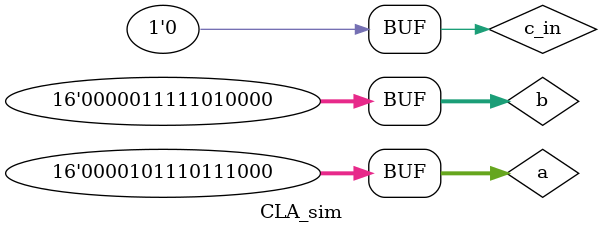
<source format=v>
`timescale 1ns / 1ps


module CLA_sim();
    reg[15:0] a, b;
    reg c_in;
    wire GG, GP, c_out;
    wire[15:0] sum;
    TopLevel CLA(c_in, a, b, GG, GP, c_out, sum);
    
    initial begin
    #0 a = 0; b = 1; c_in = 1;
    #50 a = 1; b = 1;
    #50 a = 3000; b = 2000; c_in = 1;
    #50 c_in = 0;
    end
endmodule

</source>
